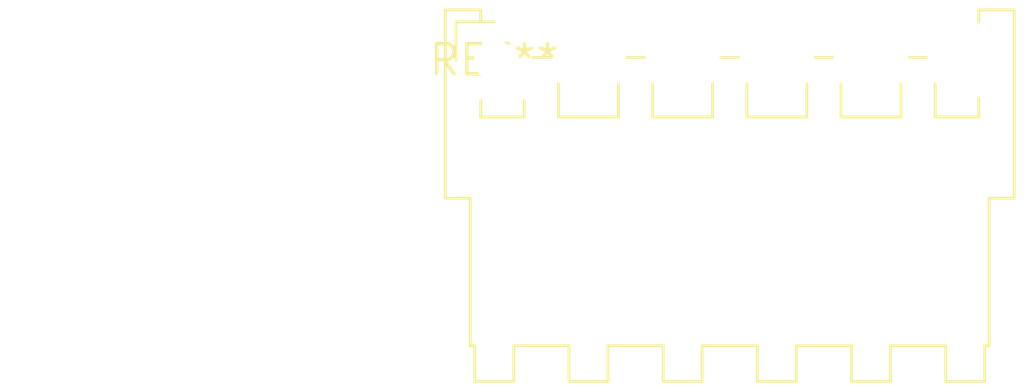
<source format=kicad_pcb>
(kicad_pcb (version 20240108) (generator pcbnew)
  (layers (0 "F.Cu" signal) (31 "B.Cu" signal) (34 "B.Paste" user) (35 "F.Paste" user) (36 "B.SilkS" user "B.Silkscreen") (37 "F.SilkS" user "F.Silkscreen") (38 "B.Mask" user) (39 "F.Mask" user) (44 "Edge.Cuts" user))
  (net 0 "")
  (footprint "JST_VH_S6P-VH_1x06_P3.96mm_Horizontal" (layer "F.Cu") (at 0 0)
    (property "Reference" "REF**")
    (property "Value" "JST_VH_S6P-VH_1x06_P3.96mm_Horizontal")
    (fp_line (start -2.06 -2.11) (end -0.57 -2.11) (layer "F.SilkS") (stroke (width 0.12)))
    (fp_line (start -2.06 5.81) (end -2.06 -2.11) (layer "F.SilkS") (stroke (width 0.12)))
    (fp_line (start -1.61 -1.61) (end -1.61 0) (layer "F.SilkS") (stroke (width 0.12)))
    (fp_line (start -1.01 5.81) (end -2.06 5.81) (layer "F.SilkS") (stroke (width 0.12)))
    (fp_line (start -1.01 5.81) (end -1.01 12.01) (layer "F.SilkS") (stroke (width 0.12)))
    (fp_line (start -1.01 12.01) (end -0.82 12.01) (layer "F.SilkS") (stroke (width 0.12)))
    (fp_line (start -0.82 12.01) (end -0.82 13.51) (layer "F.SilkS") (stroke (width 0.12)))
    (fp_line (start -0.82 13.51) (end 0.82 13.51) (layer "F.SilkS") (stroke (width 0.12)))
    (fp_line (start -0.58 2.39) (end 1.26 2.39) (layer "F.SilkS") (stroke (width 0.12)))
    (fp_line (start -0.57 -2.11) (end -0.57 -1.61) (layer "F.SilkS") (stroke (width 0.12)))
    (fp_line (start -0.57 1.7) (end -0.57 2.39) (layer "F.SilkS") (stroke (width 0.12)))
    (fp_line (start 0 -1.61) (end -1.61 -1.61) (layer "F.SilkS") (stroke (width 0.12)))
    (fp_line (start 0.82 12.01) (end 3.14 12.01) (layer "F.SilkS") (stroke (width 0.12)))
    (fp_line (start 0.82 13.51) (end 0.82 12.01) (layer "F.SilkS") (stroke (width 0.12)))
    (fp_line (start 1.26 2.39) (end 1.26 1.7) (layer "F.SilkS") (stroke (width 0.12)))
    (fp_line (start 1.61 -0.11) (end 2.35 -0.11) (layer "F.SilkS") (stroke (width 0.12)))
    (fp_line (start 2.7 1) (end 2.7 2.39) (layer "F.SilkS") (stroke (width 0.12)))
    (fp_line (start 2.7 2.39) (end 5.22 2.39) (layer "F.SilkS") (stroke (width 0.12)))
    (fp_line (start 3.14 12.01) (end 3.14 13.51) (layer "F.SilkS") (stroke (width 0.12)))
    (fp_line (start 3.14 13.51) (end 4.78 13.51) (layer "F.SilkS") (stroke (width 0.12)))
    (fp_line (start 4.78 12.01) (end 7.1 12.01) (layer "F.SilkS") (stroke (width 0.12)))
    (fp_line (start 4.78 13.51) (end 4.78 12.01) (layer "F.SilkS") (stroke (width 0.12)))
    (fp_line (start 5.22 2.39) (end 5.22 1) (layer "F.SilkS") (stroke (width 0.12)))
    (fp_line (start 5.57 -0.11) (end 6.31 -0.11) (layer "F.SilkS") (stroke (width 0.12)))
    (fp_line (start 6.66 1) (end 6.66 2.39) (layer "F.SilkS") (stroke (width 0.12)))
    (fp_line (start 6.66 2.39) (end 9.18 2.39) (layer "F.SilkS") (stroke (width 0.12)))
    (fp_line (start 7.1 12.01) (end 7.1 13.51) (layer "F.SilkS") (stroke (width 0.12)))
    (fp_line (start 7.1 13.51) (end 8.74 13.51) (layer "F.SilkS") (stroke (width 0.12)))
    (fp_line (start 8.74 12.01) (end 11.06 12.01) (layer "F.SilkS") (stroke (width 0.12)))
    (fp_line (start 8.74 13.51) (end 8.74 12.01) (layer "F.SilkS") (stroke (width 0.12)))
    (fp_line (start 9.18 2.39) (end 9.18 1) (layer "F.SilkS") (stroke (width 0.12)))
    (fp_line (start 9.53 -0.11) (end 10.27 -0.11) (layer "F.SilkS") (stroke (width 0.12)))
    (fp_line (start 10.62 1) (end 10.62 2.39) (layer "F.SilkS") (stroke (width 0.12)))
    (fp_line (start 10.62 2.39) (end 13.14 2.39) (layer "F.SilkS") (stroke (width 0.12)))
    (fp_line (start 11.06 12.01) (end 11.06 13.51) (layer "F.SilkS") (stroke (width 0.12)))
    (fp_line (start 11.06 13.51) (end 12.7 13.51) (layer "F.SilkS") (stroke (width 0.12)))
    (fp_line (start 12.7 12.01) (end 15.02 12.01) (layer "F.SilkS") (stroke (width 0.12)))
    (fp_line (start 12.7 13.51) (end 12.7 12.01) (layer "F.SilkS") (stroke (width 0.12)))
    (fp_line (start 13.14 2.39) (end 13.14 1) (layer "F.SilkS") (stroke (width 0.12)))
    (fp_line (start 13.49 -0.11) (end 14.23 -0.11) (layer "F.SilkS") (stroke (width 0.12)))
    (fp_line (start 14.58 1) (end 14.58 2.39) (layer "F.SilkS") (stroke (width 0.12)))
    (fp_line (start 14.58 2.39) (end 17.1 2.39) (layer "F.SilkS") (stroke (width 0.12)))
    (fp_line (start 15.02 12.01) (end 15.02 13.51) (layer "F.SilkS") (stroke (width 0.12)))
    (fp_line (start 15.02 13.51) (end 16.66 13.51) (layer "F.SilkS") (stroke (width 0.12)))
    (fp_line (start 16.66 12.01) (end 18.98 12.01) (layer "F.SilkS") (stroke (width 0.12)))
    (fp_line (start 16.66 13.51) (end 16.66 12.01) (layer "F.SilkS") (stroke (width 0.12)))
    (fp_line (start 17.1 2.39) (end 17.1 1) (layer "F.SilkS") (stroke (width 0.12)))
    (fp_line (start 17.45 -0.11) (end 18.19 -0.11) (layer "F.SilkS") (stroke (width 0.12)))
    (fp_line (start 18.54 1) (end 18.54 2.39) (layer "F.SilkS") (stroke (width 0.12)))
    (fp_line (start 18.54 2.39) (end 20.38 2.39) (layer "F.SilkS") (stroke (width 0.12)))
    (fp_line (start 18.98 12.01) (end 18.98 13.51) (layer "F.SilkS") (stroke (width 0.12)))
    (fp_line (start 18.98 13.51) (end 20.62 13.51) (layer "F.SilkS") (stroke (width 0.12)))
    (fp_line (start 20.37 -2.11) (end 21.86 -2.11) (layer "F.SilkS") (stroke (width 0.12)))
    (fp_line (start 20.37 -1.6) (end 20.37 -2.11) (layer "F.SilkS") (stroke (width 0.12)))
    (fp_line (start 20.37 2.39) (end 20.37 1.6) (layer "F.SilkS") (stroke (width 0.12)))
    (fp_line (start 20.62 12.01) (end 20.81 12.01) (layer "F.SilkS") (stroke (width 0.12)))
    (fp_line (start 20.62 13.51) (end 20.62 12.01) (layer "F.SilkS") (stroke (width 0.12)))
    (fp_line (start 20.81 12.01) (end 20.81 5.81) (layer "F.SilkS") (stroke (width 0.12)))
    (fp_line (start 21.86 -2.11) (end 21.86 5.81) (layer "F.SilkS") (stroke (width 0.12)))
    (fp_line (start 21.86 5.81) (end 20.81 5.81) (layer "F.SilkS") (stroke (width 0.12)))
    (pad "1" thru_hole roundrect (at 0 0) (size 2.7 2.7) (drill 1.7) (layers *.Cu *.Mask) (remove_unused_layers) (roundrect_rratio 0.092593))
    (pad "2" thru_hole circle (at 3.96 0) (size 2.7 2.7) (drill 1.7) (layers *.Cu *.Mask) (remove_unused_layers))
    (pad "3" thru_hole circle (at 7.92 0) (size 2.7 2.7) (drill 1.7) (layers *.Cu *.Mask) (remove_unused_layers))
    (pad "4" thru_hole circle (at 11.88 0) (size 2.7 2.7) (drill 1.7) (layers *.Cu *.Mask) (remove_unused_layers))
    (pad "5" thru_hole circle (at 15.84 0) (size 2.7 2.7) (drill 1.7) (layers *.Cu *.Mask) (remove_unused_layers))
    (pad "6" thru_hole circle (at 19.8 0) (size 2.7 2.7) (drill 1.7) (layers *.Cu *.Mask) (remove_unused_layers))
  )
)
</source>
